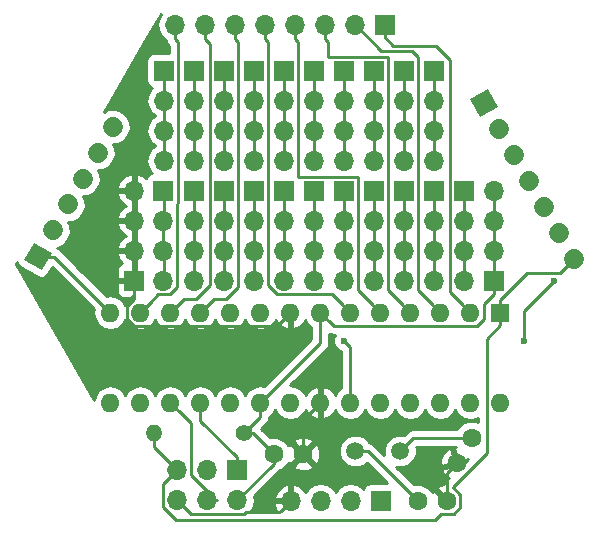
<source format=gbr>
G04 #@! TF.FileFunction,Copper,L2,Bot,Signal*
%FSLAX46Y46*%
G04 Gerber Fmt 4.6, Leading zero omitted, Abs format (unit mm)*
G04 Created by KiCad (PCBNEW 4.0.7-e2-6376~58~ubuntu14.04.1) date Sat Apr 21 16:58:32 2018*
%MOMM*%
%LPD*%
G01*
G04 APERTURE LIST*
%ADD10C,0.100000*%
%ADD11C,1.700000*%
%ADD12R,1.700000X1.700000*%
%ADD13O,1.700000X1.700000*%
%ADD14C,1.400000*%
%ADD15O,1.400000X1.400000*%
%ADD16C,1.500000*%
%ADD17R,1.600000X1.600000*%
%ADD18O,1.600000X1.600000*%
%ADD19C,1.600000*%
%ADD20C,0.600000*%
%ADD21C,0.250000*%
%ADD22C,0.254000*%
G04 APERTURE END LIST*
D10*
G36*
X168281122Y-104328878D02*
X167431122Y-105801122D01*
X165958878Y-104951122D01*
X166808878Y-103478878D01*
X168281122Y-104328878D01*
X168281122Y-104328878D01*
G37*
D11*
X168390000Y-102440295D02*
X168390000Y-102440295D01*
X169660000Y-100240591D02*
X169660000Y-100240591D01*
X170930000Y-98040886D02*
X170930000Y-98040886D01*
X172200000Y-95841182D02*
X172200000Y-95841182D01*
X173470000Y-93641477D02*
X173470000Y-93641477D01*
D12*
X183980000Y-122760000D03*
D13*
X183980000Y-125300000D03*
X181440000Y-122760000D03*
X181440000Y-125300000D03*
X178900000Y-122760000D03*
X178900000Y-125300000D03*
D12*
X196140000Y-125340000D03*
D13*
X193600000Y-125340000D03*
X191060000Y-125340000D03*
X188520000Y-125340000D03*
D14*
X184560000Y-119600000D03*
D15*
X176940000Y-119600000D03*
D10*
G36*
X204578878Y-92811417D02*
X203728878Y-91339173D01*
X205201122Y-90489173D01*
X206051122Y-91961417D01*
X204578878Y-92811417D01*
X204578878Y-92811417D01*
G37*
D11*
X206160000Y-93850000D02*
X206160000Y-93850000D01*
X207430000Y-96049704D02*
X207430000Y-96049704D01*
X208700000Y-98249409D02*
X208700000Y-98249409D01*
X209970000Y-100449113D02*
X209970000Y-100449113D01*
X211240000Y-102648818D02*
X211240000Y-102648818D01*
X212510000Y-104848522D02*
X212510000Y-104848522D01*
D16*
X193990000Y-121100000D03*
X197790000Y-121100000D03*
D17*
X206270000Y-109390000D03*
D18*
X173250000Y-117010000D03*
X203730000Y-109390000D03*
X175790000Y-117010000D03*
X201190000Y-109390000D03*
X178330000Y-117010000D03*
X198650000Y-109390000D03*
X180870000Y-117010000D03*
X196110000Y-109390000D03*
X183410000Y-117010000D03*
X193570000Y-109390000D03*
X185950000Y-117010000D03*
X191030000Y-109390000D03*
X188490000Y-117010000D03*
X188490000Y-109390000D03*
X191030000Y-117010000D03*
X185950000Y-109390000D03*
X193570000Y-117010000D03*
X183410000Y-109390000D03*
X196110000Y-117010000D03*
X180870000Y-109390000D03*
X198650000Y-117010000D03*
X178330000Y-109390000D03*
X201190000Y-117010000D03*
X175790000Y-109390000D03*
X203730000Y-117010000D03*
X173250000Y-109390000D03*
X206270000Y-117010000D03*
D19*
X199270000Y-125340000D03*
X201770000Y-125340000D03*
X203840000Y-120000000D03*
X202590000Y-122165064D03*
X187090000Y-121380000D03*
X189590000Y-121380000D03*
D12*
X205740000Y-106680000D03*
D13*
X205740000Y-104140000D03*
X205740000Y-101600000D03*
X205740000Y-99060000D03*
D12*
X175260000Y-106680000D03*
D13*
X175260000Y-104140000D03*
X175260000Y-101600000D03*
X175260000Y-99060000D03*
D12*
X177750000Y-99060000D03*
D13*
X177750000Y-101600000D03*
X177750000Y-104140000D03*
X177750000Y-106680000D03*
D12*
X177800000Y-88900000D03*
D13*
X177800000Y-91440000D03*
X177800000Y-93980000D03*
X177800000Y-96520000D03*
D12*
X180340000Y-99060000D03*
D13*
X180340000Y-101600000D03*
X180340000Y-104140000D03*
X180340000Y-106680000D03*
D12*
X180340000Y-88900000D03*
D13*
X180340000Y-91440000D03*
X180340000Y-93980000D03*
X180340000Y-96520000D03*
D12*
X182880000Y-88900000D03*
D13*
X182880000Y-91440000D03*
X182880000Y-93980000D03*
X182880000Y-96520000D03*
D12*
X182880000Y-99060000D03*
D13*
X182880000Y-101600000D03*
X182880000Y-104140000D03*
X182880000Y-106680000D03*
D12*
X185420000Y-88900000D03*
D13*
X185420000Y-91440000D03*
X185420000Y-93980000D03*
X185420000Y-96520000D03*
D12*
X185420000Y-99060000D03*
D13*
X185420000Y-101600000D03*
X185420000Y-104140000D03*
X185420000Y-106680000D03*
D12*
X187960000Y-88900000D03*
D13*
X187960000Y-91440000D03*
X187960000Y-93980000D03*
X187960000Y-96520000D03*
D12*
X187960000Y-99060000D03*
D13*
X187960000Y-101600000D03*
X187960000Y-104140000D03*
X187960000Y-106680000D03*
D12*
X190500000Y-88900000D03*
D13*
X190500000Y-91440000D03*
X190500000Y-93980000D03*
X190500000Y-96520000D03*
D12*
X190500000Y-99060000D03*
D13*
X190500000Y-101600000D03*
X190500000Y-104140000D03*
X190500000Y-106680000D03*
D12*
X193040000Y-99060000D03*
D13*
X193040000Y-101600000D03*
X193040000Y-104140000D03*
X193040000Y-106680000D03*
D12*
X193040000Y-88900000D03*
D13*
X193040000Y-91440000D03*
X193040000Y-93980000D03*
X193040000Y-96520000D03*
D12*
X195580000Y-99060000D03*
D13*
X195580000Y-101600000D03*
X195580000Y-104140000D03*
X195580000Y-106680000D03*
D12*
X195580000Y-88900000D03*
D13*
X195580000Y-91440000D03*
X195580000Y-93980000D03*
X195580000Y-96520000D03*
D12*
X198120000Y-88900000D03*
D13*
X198120000Y-91440000D03*
X198120000Y-93980000D03*
X198120000Y-96520000D03*
D12*
X198120000Y-99060000D03*
D13*
X198120000Y-101600000D03*
X198120000Y-104140000D03*
X198120000Y-106680000D03*
D12*
X200660000Y-88900000D03*
D13*
X200660000Y-91440000D03*
X200660000Y-93980000D03*
X200660000Y-96520000D03*
D12*
X200660000Y-99060000D03*
D13*
X200660000Y-101600000D03*
X200660000Y-104140000D03*
X200660000Y-106680000D03*
D12*
X203200000Y-99060000D03*
D13*
X203200000Y-101600000D03*
X203200000Y-104140000D03*
X203200000Y-106680000D03*
D12*
X196490000Y-85010000D03*
D13*
X193950000Y-85010000D03*
X191410000Y-85010000D03*
X188870000Y-85010000D03*
X186330000Y-85010000D03*
X183790000Y-85010000D03*
X181250000Y-85010000D03*
X178710000Y-85010000D03*
D20*
X208280000Y-111760000D03*
X210820000Y-106680000D03*
X193040000Y-111760000D03*
D21*
X199270000Y-125340000D02*
X195030000Y-121100000D01*
X195030000Y-121100000D02*
X193990000Y-121100000D01*
X178900000Y-125300000D02*
X180048812Y-126448812D01*
X180048812Y-126448812D02*
X180849810Y-126448812D01*
X180849810Y-126448812D02*
X180875999Y-126475001D01*
X180875999Y-126475001D02*
X182004001Y-126475001D01*
X187670001Y-126189999D02*
X188520000Y-125340000D01*
X182004001Y-126475001D02*
X182030190Y-126448812D01*
X182030190Y-126448812D02*
X183389810Y-126448812D01*
X183389810Y-126448812D02*
X183415999Y-126475001D01*
X183415999Y-126475001D02*
X184544001Y-126475001D01*
X184544001Y-126475001D02*
X184715251Y-126303751D01*
X184715251Y-126303751D02*
X187556249Y-126303751D01*
X187556249Y-126303751D02*
X187670001Y-126189999D01*
X175249999Y-110515001D02*
X187364999Y-110515001D01*
X175260000Y-106680000D02*
X175260000Y-108254998D01*
X187364999Y-110515001D02*
X188490000Y-109390000D01*
X174664999Y-109930001D02*
X175249999Y-110515001D01*
X175260000Y-108254998D02*
X174664999Y-108849999D01*
X174664999Y-108849999D02*
X174664999Y-109930001D01*
X175260000Y-101600000D02*
X175260000Y-99060000D01*
X175260000Y-104140000D02*
X175260000Y-101600000D01*
X175260000Y-106680000D02*
X175260000Y-105580000D01*
X175260000Y-105580000D02*
X175260000Y-104140000D01*
X188520000Y-125340000D02*
X188520000Y-122450000D01*
X188520000Y-122450000D02*
X189590000Y-121380000D01*
X189590000Y-121380000D02*
X189590000Y-118450000D01*
X189590000Y-118450000D02*
X191030000Y-117010000D01*
X201770000Y-125340000D02*
X201770000Y-122985064D01*
X201770000Y-122985064D02*
X202590000Y-122165064D01*
X197790000Y-121100000D02*
X198890000Y-120000000D01*
X198890000Y-120000000D02*
X203840000Y-120000000D01*
X183980000Y-122760000D02*
X183980000Y-121660000D01*
X183980000Y-121660000D02*
X180870000Y-118550000D01*
X180870000Y-118550000D02*
X180870000Y-118141370D01*
X180870000Y-118141370D02*
X180870000Y-117010000D01*
X206270000Y-110440000D02*
X206270000Y-109390000D01*
X201227232Y-126462234D02*
X201229999Y-126465001D01*
X205112422Y-111597578D02*
X206270000Y-110440000D01*
X202310001Y-126465001D02*
X202895001Y-125880001D01*
X202233508Y-124138506D02*
X205112422Y-121259592D01*
X202895001Y-125880001D02*
X202895001Y-124799999D01*
X205112422Y-121259592D02*
X205112422Y-111597578D01*
X187561323Y-126935088D02*
X187571400Y-126925011D01*
X187571400Y-126925011D02*
X200764455Y-126925011D01*
X177724999Y-123935001D02*
X177724999Y-125864001D01*
X201229999Y-126465001D02*
X202310001Y-126465001D01*
X178900000Y-122760000D02*
X177724999Y-123935001D01*
X177724999Y-125864001D02*
X178796086Y-126935088D01*
X202895001Y-124799999D02*
X202233508Y-124138506D01*
X178796086Y-126935088D02*
X187561323Y-126935088D01*
X200764455Y-126925011D02*
X201227232Y-126462234D01*
X178900000Y-122760000D02*
X176940000Y-120800000D01*
X176940000Y-120800000D02*
X176940000Y-119600000D01*
X212510000Y-104848522D02*
X211303523Y-106054999D01*
X211303523Y-106054999D02*
X208555001Y-106054999D01*
X208555001Y-106054999D02*
X206270000Y-108340000D01*
X206270000Y-108340000D02*
X206270000Y-109390000D01*
X210820000Y-106680000D02*
X208280000Y-109220000D01*
X208280000Y-109220000D02*
X208280000Y-111760000D01*
X167170000Y-104658818D02*
X168518818Y-104658818D01*
X168518818Y-104658818D02*
X173250000Y-109390000D01*
X193040000Y-111760000D02*
X193570000Y-112290000D01*
X193570000Y-112290000D02*
X193570000Y-117010000D01*
X196480000Y-85000000D02*
X196480000Y-86100000D01*
X202024999Y-87979997D02*
X202024999Y-107684999D01*
X202024999Y-107684999D02*
X202930001Y-108590001D01*
X196480000Y-86100000D02*
X197189990Y-86809990D01*
X197189990Y-86809990D02*
X200854992Y-86809990D01*
X200854992Y-86809990D02*
X202024999Y-87979997D01*
X202930001Y-108590001D02*
X203730000Y-109390000D01*
X193940000Y-85000000D02*
X196200000Y-87260000D01*
X196200000Y-87260000D02*
X198765002Y-87260000D01*
X198765002Y-87260000D02*
X199295001Y-87789999D01*
X199295001Y-87789999D02*
X199295001Y-107495001D01*
X199295001Y-107495001D02*
X200390001Y-108590001D01*
X200390001Y-108590001D02*
X201190000Y-109390000D01*
X191400000Y-85000000D02*
X191400000Y-86202081D01*
X196755001Y-107495001D02*
X197850001Y-108590001D01*
X191400000Y-86202081D02*
X191675001Y-86477082D01*
X191675001Y-86477082D02*
X191675001Y-87724999D01*
X191675001Y-87724999D02*
X196690001Y-87724999D01*
X196690001Y-87724999D02*
X196755001Y-87789999D01*
X196755001Y-87789999D02*
X196755001Y-107495001D01*
X197850001Y-108590001D02*
X198650000Y-109390000D01*
X188860000Y-85000000D02*
X188860000Y-86202081D01*
X188860000Y-86202081D02*
X189135001Y-86477082D01*
X189135001Y-86477082D02*
X189135001Y-97884999D01*
X189135001Y-97884999D02*
X194150001Y-97884999D01*
X194150001Y-97884999D02*
X194215001Y-97949999D01*
X194215001Y-97949999D02*
X194215001Y-107495001D01*
X194215001Y-107495001D02*
X195310001Y-108590001D01*
X195310001Y-108590001D02*
X196110000Y-109390000D01*
X186320000Y-85000000D02*
X186320000Y-86202081D01*
X186320000Y-86202081D02*
X186595001Y-86477082D01*
X186595001Y-86477082D02*
X186595001Y-107054003D01*
X192770001Y-108590001D02*
X193570000Y-109390000D01*
X186595001Y-107054003D02*
X187395999Y-107855001D01*
X187395999Y-107855001D02*
X192035001Y-107855001D01*
X192035001Y-107855001D02*
X192770001Y-108590001D01*
X183780000Y-85000000D02*
X183780000Y-86202081D01*
X183780000Y-86202081D02*
X184055001Y-86477082D01*
X181995001Y-108264999D02*
X181669999Y-108590001D01*
X184055001Y-86477082D02*
X184055001Y-107244001D01*
X184055001Y-107244001D02*
X183034003Y-108264999D01*
X183034003Y-108264999D02*
X181995001Y-108264999D01*
X181669999Y-108590001D02*
X180870000Y-109390000D01*
X181240000Y-85000000D02*
X181240000Y-86202081D01*
X180494003Y-108264999D02*
X179455001Y-108264999D01*
X181240000Y-86202081D02*
X181704999Y-86667080D01*
X181704999Y-86667080D02*
X181704999Y-107054003D01*
X181704999Y-107054003D02*
X180494003Y-108264999D01*
X179455001Y-108264999D02*
X179129999Y-108590001D01*
X179129999Y-108590001D02*
X178330000Y-109390000D01*
X178700000Y-85000000D02*
X178700000Y-86202081D01*
X178975001Y-86477082D02*
X178975001Y-100120001D01*
X178700000Y-86202081D02*
X178975001Y-86477082D01*
X178975001Y-100120001D02*
X178925001Y-100170001D01*
X178925001Y-100170001D02*
X178925001Y-107244001D01*
X178925001Y-107244001D02*
X178314001Y-107855001D01*
X178314001Y-107855001D02*
X177324999Y-107855001D01*
X177324999Y-107855001D02*
X176589999Y-108590001D01*
X176589999Y-108590001D02*
X175790000Y-109390000D01*
X180340000Y-101600000D02*
X180340000Y-99060000D01*
X180340000Y-104140000D02*
X180340000Y-102937919D01*
X180340000Y-102937919D02*
X180340000Y-101600000D01*
X180340000Y-106680000D02*
X180340000Y-105477919D01*
X180340000Y-105477919D02*
X180340000Y-104140000D01*
X183980000Y-125300000D02*
X187090000Y-122190000D01*
X187090000Y-122190000D02*
X187090000Y-121380000D01*
X205740000Y-101600000D02*
X205740000Y-99060000D01*
X205740000Y-104140000D02*
X205740000Y-101600000D01*
X205740000Y-106680000D02*
X205740000Y-104140000D01*
X205740000Y-106680000D02*
X205740000Y-107780000D01*
X205740000Y-107780000D02*
X204855001Y-108664999D01*
X204855001Y-108664999D02*
X204855001Y-109930001D01*
X204855001Y-109930001D02*
X204270001Y-110515001D01*
X204270001Y-110515001D02*
X192155001Y-110515001D01*
X192155001Y-110515001D02*
X191829999Y-110189999D01*
X191829999Y-110189999D02*
X191030000Y-109390000D01*
X185950000Y-117010000D02*
X191030000Y-111930000D01*
X191030000Y-111930000D02*
X191030000Y-109390000D01*
X184560000Y-119600000D02*
X185950000Y-118210000D01*
X185950000Y-118210000D02*
X185950000Y-117010000D01*
X187090000Y-121380000D02*
X185310000Y-119600000D01*
X185310000Y-119600000D02*
X184560000Y-119600000D01*
X177750000Y-104140000D02*
X177750000Y-101600000D01*
X177800000Y-101600000D02*
X177800000Y-100397919D01*
X177800000Y-100397919D02*
X177800000Y-99060000D01*
X177800000Y-106680000D02*
X177800000Y-104140000D01*
X177800000Y-91440000D02*
X177800000Y-88900000D01*
X177800000Y-93980000D02*
X177800000Y-91440000D01*
X177800000Y-96520000D02*
X177800000Y-93980000D01*
X180340000Y-91440000D02*
X180340000Y-88900000D01*
X180340000Y-93980000D02*
X180340000Y-91440000D01*
X180340000Y-96520000D02*
X180340000Y-93980000D01*
X182880000Y-91440000D02*
X182880000Y-88900000D01*
X182880000Y-93980000D02*
X182880000Y-91440000D01*
X182880000Y-96520000D02*
X182880000Y-93980000D01*
X182880000Y-101600000D02*
X182880000Y-100397919D01*
X182880000Y-100397919D02*
X182880000Y-99060000D01*
X182880000Y-104140000D02*
X182880000Y-102937919D01*
X182880000Y-102937919D02*
X182880000Y-101600000D01*
X182880000Y-106680000D02*
X182880000Y-105477919D01*
X182880000Y-105477919D02*
X182880000Y-104140000D01*
X185420000Y-91440000D02*
X185420000Y-88900000D01*
X185420000Y-93980000D02*
X185420000Y-91440000D01*
X185420000Y-96520000D02*
X185420000Y-93980000D01*
X185420000Y-101600000D02*
X185420000Y-100397919D01*
X185420000Y-100397919D02*
X185420000Y-99060000D01*
X185420000Y-104140000D02*
X185420000Y-101600000D01*
X185420000Y-106680000D02*
X185420000Y-105477919D01*
X185420000Y-105477919D02*
X185420000Y-104140000D01*
X187960000Y-91440000D02*
X187960000Y-88900000D01*
X187960000Y-93980000D02*
X187960000Y-91440000D01*
X187960000Y-96520000D02*
X187960000Y-93980000D01*
X187960000Y-101600000D02*
X187960000Y-99060000D01*
X187960000Y-104140000D02*
X187960000Y-101600000D01*
X187960000Y-106680000D02*
X187960000Y-104140000D01*
X190500000Y-91440000D02*
X190500000Y-88900000D01*
X190500000Y-93980000D02*
X190500000Y-91440000D01*
X190500000Y-96520000D02*
X190500000Y-93980000D01*
X190500000Y-101600000D02*
X190500000Y-99060000D01*
X190500000Y-104140000D02*
X190500000Y-101600000D01*
X190500000Y-106680000D02*
X190500000Y-104140000D01*
X193040000Y-101600000D02*
X193040000Y-99060000D01*
X193040000Y-104140000D02*
X193040000Y-101600000D01*
X193040000Y-106680000D02*
X193040000Y-104140000D01*
X193040000Y-91440000D02*
X193040000Y-88900000D01*
X193040000Y-93980000D02*
X193040000Y-91440000D01*
X193040000Y-96520000D02*
X193040000Y-93980000D01*
X195580000Y-101600000D02*
X195580000Y-99060000D01*
X195580000Y-104140000D02*
X195580000Y-101600000D01*
X195580000Y-106680000D02*
X195580000Y-104140000D01*
X195580000Y-91440000D02*
X195580000Y-88900000D01*
X195580000Y-93980000D02*
X195580000Y-91440000D01*
X195580000Y-96520000D02*
X195580000Y-93980000D01*
X198120000Y-91440000D02*
X198120000Y-88900000D01*
X198120000Y-93980000D02*
X198120000Y-91440000D01*
X198120000Y-96520000D02*
X198120000Y-93980000D01*
X198120000Y-101600000D02*
X198120000Y-99060000D01*
X198120000Y-104140000D02*
X198120000Y-101600000D01*
X198120000Y-106680000D02*
X198120000Y-104140000D01*
X200660000Y-91440000D02*
X200660000Y-88900000D01*
X200660000Y-93980000D02*
X200660000Y-91440000D01*
X200660000Y-96520000D02*
X200660000Y-93980000D01*
X200660000Y-101600000D02*
X200660000Y-99060000D01*
X200660000Y-104140000D02*
X200660000Y-101600000D01*
X200660000Y-106680000D02*
X200660000Y-104140000D01*
X203200000Y-101600000D02*
X203200000Y-99060000D01*
X203200000Y-104140000D02*
X203200000Y-101600000D01*
X203200000Y-106680000D02*
X203200000Y-104140000D01*
X181440000Y-125300000D02*
X181440000Y-124499002D01*
X181440000Y-124499002D02*
X180075001Y-123134003D01*
X180075001Y-123134003D02*
X180075001Y-118755001D01*
X180075001Y-118755001D02*
X179129999Y-117809999D01*
X179129999Y-117809999D02*
X178330000Y-117010000D01*
X181440000Y-125300000D02*
X182240998Y-125300000D01*
D22*
G36*
X191864161Y-111217149D02*
X192155001Y-111275001D01*
X192228986Y-111275001D01*
X192105162Y-111573201D01*
X192104838Y-111945167D01*
X192246883Y-112288943D01*
X192509673Y-112552192D01*
X192810000Y-112676899D01*
X192810000Y-115797005D01*
X192555302Y-115967189D01*
X192285014Y-116371703D01*
X192182389Y-116154866D01*
X191767423Y-115778959D01*
X191379039Y-115618096D01*
X191157000Y-115740085D01*
X191157000Y-116883000D01*
X191177000Y-116883000D01*
X191177000Y-117137000D01*
X191157000Y-117137000D01*
X191157000Y-118279915D01*
X191379039Y-118401904D01*
X191767423Y-118241041D01*
X192182389Y-117865134D01*
X192285014Y-117648297D01*
X192555302Y-118052811D01*
X193020849Y-118363880D01*
X193570000Y-118473113D01*
X194119151Y-118363880D01*
X194584698Y-118052811D01*
X194840000Y-117670725D01*
X195095302Y-118052811D01*
X195560849Y-118363880D01*
X196110000Y-118473113D01*
X196659151Y-118363880D01*
X197124698Y-118052811D01*
X197380000Y-117670725D01*
X197635302Y-118052811D01*
X198100849Y-118363880D01*
X198650000Y-118473113D01*
X199199151Y-118363880D01*
X199664698Y-118052811D01*
X199920000Y-117670725D01*
X200175302Y-118052811D01*
X200640849Y-118363880D01*
X201190000Y-118473113D01*
X201739151Y-118363880D01*
X202204698Y-118052811D01*
X202460000Y-117670725D01*
X202715302Y-118052811D01*
X203180849Y-118363880D01*
X203730000Y-118473113D01*
X204279151Y-118363880D01*
X204352422Y-118314922D01*
X204352422Y-118658982D01*
X204126691Y-118565250D01*
X203555813Y-118564752D01*
X203028200Y-118782757D01*
X202624176Y-119186077D01*
X202601785Y-119240000D01*
X198890000Y-119240000D01*
X198599161Y-119297852D01*
X198352599Y-119462599D01*
X198090200Y-119724998D01*
X198066702Y-119715241D01*
X197515715Y-119714760D01*
X197006485Y-119925169D01*
X196616539Y-120314436D01*
X196405241Y-120823298D01*
X196404760Y-121374285D01*
X196422837Y-121418035D01*
X195567401Y-120562599D01*
X195320839Y-120397852D01*
X195187491Y-120371327D01*
X195164831Y-120316485D01*
X194775564Y-119926539D01*
X194266702Y-119715241D01*
X193715715Y-119714760D01*
X193206485Y-119925169D01*
X192816539Y-120314436D01*
X192605241Y-120823298D01*
X192604760Y-121374285D01*
X192815169Y-121883515D01*
X193204436Y-122273461D01*
X193713298Y-122484759D01*
X194264285Y-122485240D01*
X194773515Y-122274831D01*
X194951927Y-122096729D01*
X196697757Y-123842560D01*
X195290000Y-123842560D01*
X195054683Y-123886838D01*
X194838559Y-124025910D01*
X194693569Y-124238110D01*
X194679914Y-124305541D01*
X194650054Y-124260853D01*
X194168285Y-123938946D01*
X193600000Y-123825907D01*
X193031715Y-123938946D01*
X192549946Y-124260853D01*
X192330000Y-124590026D01*
X192110054Y-124260853D01*
X191628285Y-123938946D01*
X191060000Y-123825907D01*
X190491715Y-123938946D01*
X190009946Y-124260853D01*
X189782298Y-124601553D01*
X189715183Y-124458642D01*
X189286924Y-124068355D01*
X188876890Y-123898524D01*
X188647000Y-124019845D01*
X188647000Y-125213000D01*
X188667000Y-125213000D01*
X188667000Y-125467000D01*
X188647000Y-125467000D01*
X188647000Y-125487000D01*
X188393000Y-125487000D01*
X188393000Y-125467000D01*
X187199181Y-125467000D01*
X187078514Y-125696892D01*
X187303087Y-126175088D01*
X185166402Y-126175088D01*
X185351961Y-125897378D01*
X185465000Y-125329093D01*
X185465000Y-125270907D01*
X185407754Y-124983108D01*
X187078514Y-124983108D01*
X187199181Y-125213000D01*
X188393000Y-125213000D01*
X188393000Y-124019845D01*
X188163110Y-123898524D01*
X187753076Y-124068355D01*
X187324817Y-124458642D01*
X187078514Y-124983108D01*
X185407754Y-124983108D01*
X185401771Y-124953031D01*
X187627401Y-122727401D01*
X187642888Y-122704223D01*
X187901800Y-122597243D01*
X188111663Y-122387745D01*
X188761861Y-122387745D01*
X188835995Y-122633864D01*
X189373223Y-122826965D01*
X189943454Y-122799778D01*
X190344005Y-122633864D01*
X190418139Y-122387745D01*
X189590000Y-121559605D01*
X188761861Y-122387745D01*
X188111663Y-122387745D01*
X188305824Y-122193923D01*
X188333423Y-122127456D01*
X188336136Y-122134005D01*
X188582255Y-122208139D01*
X189410395Y-121380000D01*
X189769605Y-121380000D01*
X190597745Y-122208139D01*
X190843864Y-122134005D01*
X191036965Y-121596777D01*
X191009778Y-121026546D01*
X190843864Y-120625995D01*
X190597745Y-120551861D01*
X189769605Y-121380000D01*
X189410395Y-121380000D01*
X188582255Y-120551861D01*
X188336136Y-120625995D01*
X188333804Y-120632483D01*
X188307243Y-120568200D01*
X188111640Y-120372255D01*
X188761861Y-120372255D01*
X189590000Y-121200395D01*
X190418139Y-120372255D01*
X190344005Y-120126136D01*
X189806777Y-119933035D01*
X189236546Y-119960222D01*
X188835995Y-120126136D01*
X188761861Y-120372255D01*
X188111640Y-120372255D01*
X187903923Y-120164176D01*
X187376691Y-119945250D01*
X186805813Y-119944752D01*
X186751851Y-119967049D01*
X186009802Y-119225000D01*
X186487401Y-118747401D01*
X186652148Y-118500839D01*
X186707019Y-118224987D01*
X186964698Y-118052811D01*
X187220000Y-117670725D01*
X187475302Y-118052811D01*
X187940849Y-118363880D01*
X188490000Y-118473113D01*
X189039151Y-118363880D01*
X189504698Y-118052811D01*
X189774986Y-117648297D01*
X189877611Y-117865134D01*
X190292577Y-118241041D01*
X190680961Y-118401904D01*
X190903000Y-118279915D01*
X190903000Y-117137000D01*
X190883000Y-117137000D01*
X190883000Y-116883000D01*
X190903000Y-116883000D01*
X190903000Y-115740085D01*
X190680961Y-115618096D01*
X190292577Y-115778959D01*
X189877611Y-116154866D01*
X189774986Y-116371703D01*
X189504698Y-115967189D01*
X189039151Y-115656120D01*
X188490000Y-115546887D01*
X188487397Y-115547405D01*
X191567401Y-112467401D01*
X191732148Y-112220839D01*
X191790000Y-111930000D01*
X191790000Y-111167596D01*
X191864161Y-111217149D01*
X191864161Y-111217149D01*
G37*
X191864161Y-111217149D02*
X192155001Y-111275001D01*
X192228986Y-111275001D01*
X192105162Y-111573201D01*
X192104838Y-111945167D01*
X192246883Y-112288943D01*
X192509673Y-112552192D01*
X192810000Y-112676899D01*
X192810000Y-115797005D01*
X192555302Y-115967189D01*
X192285014Y-116371703D01*
X192182389Y-116154866D01*
X191767423Y-115778959D01*
X191379039Y-115618096D01*
X191157000Y-115740085D01*
X191157000Y-116883000D01*
X191177000Y-116883000D01*
X191177000Y-117137000D01*
X191157000Y-117137000D01*
X191157000Y-118279915D01*
X191379039Y-118401904D01*
X191767423Y-118241041D01*
X192182389Y-117865134D01*
X192285014Y-117648297D01*
X192555302Y-118052811D01*
X193020849Y-118363880D01*
X193570000Y-118473113D01*
X194119151Y-118363880D01*
X194584698Y-118052811D01*
X194840000Y-117670725D01*
X195095302Y-118052811D01*
X195560849Y-118363880D01*
X196110000Y-118473113D01*
X196659151Y-118363880D01*
X197124698Y-118052811D01*
X197380000Y-117670725D01*
X197635302Y-118052811D01*
X198100849Y-118363880D01*
X198650000Y-118473113D01*
X199199151Y-118363880D01*
X199664698Y-118052811D01*
X199920000Y-117670725D01*
X200175302Y-118052811D01*
X200640849Y-118363880D01*
X201190000Y-118473113D01*
X201739151Y-118363880D01*
X202204698Y-118052811D01*
X202460000Y-117670725D01*
X202715302Y-118052811D01*
X203180849Y-118363880D01*
X203730000Y-118473113D01*
X204279151Y-118363880D01*
X204352422Y-118314922D01*
X204352422Y-118658982D01*
X204126691Y-118565250D01*
X203555813Y-118564752D01*
X203028200Y-118782757D01*
X202624176Y-119186077D01*
X202601785Y-119240000D01*
X198890000Y-119240000D01*
X198599161Y-119297852D01*
X198352599Y-119462599D01*
X198090200Y-119724998D01*
X198066702Y-119715241D01*
X197515715Y-119714760D01*
X197006485Y-119925169D01*
X196616539Y-120314436D01*
X196405241Y-120823298D01*
X196404760Y-121374285D01*
X196422837Y-121418035D01*
X195567401Y-120562599D01*
X195320839Y-120397852D01*
X195187491Y-120371327D01*
X195164831Y-120316485D01*
X194775564Y-119926539D01*
X194266702Y-119715241D01*
X193715715Y-119714760D01*
X193206485Y-119925169D01*
X192816539Y-120314436D01*
X192605241Y-120823298D01*
X192604760Y-121374285D01*
X192815169Y-121883515D01*
X193204436Y-122273461D01*
X193713298Y-122484759D01*
X194264285Y-122485240D01*
X194773515Y-122274831D01*
X194951927Y-122096729D01*
X196697757Y-123842560D01*
X195290000Y-123842560D01*
X195054683Y-123886838D01*
X194838559Y-124025910D01*
X194693569Y-124238110D01*
X194679914Y-124305541D01*
X194650054Y-124260853D01*
X194168285Y-123938946D01*
X193600000Y-123825907D01*
X193031715Y-123938946D01*
X192549946Y-124260853D01*
X192330000Y-124590026D01*
X192110054Y-124260853D01*
X191628285Y-123938946D01*
X191060000Y-123825907D01*
X190491715Y-123938946D01*
X190009946Y-124260853D01*
X189782298Y-124601553D01*
X189715183Y-124458642D01*
X189286924Y-124068355D01*
X188876890Y-123898524D01*
X188647000Y-124019845D01*
X188647000Y-125213000D01*
X188667000Y-125213000D01*
X188667000Y-125467000D01*
X188647000Y-125467000D01*
X188647000Y-125487000D01*
X188393000Y-125487000D01*
X188393000Y-125467000D01*
X187199181Y-125467000D01*
X187078514Y-125696892D01*
X187303087Y-126175088D01*
X185166402Y-126175088D01*
X185351961Y-125897378D01*
X185465000Y-125329093D01*
X185465000Y-125270907D01*
X185407754Y-124983108D01*
X187078514Y-124983108D01*
X187199181Y-125213000D01*
X188393000Y-125213000D01*
X188393000Y-124019845D01*
X188163110Y-123898524D01*
X187753076Y-124068355D01*
X187324817Y-124458642D01*
X187078514Y-124983108D01*
X185407754Y-124983108D01*
X185401771Y-124953031D01*
X187627401Y-122727401D01*
X187642888Y-122704223D01*
X187901800Y-122597243D01*
X188111663Y-122387745D01*
X188761861Y-122387745D01*
X188835995Y-122633864D01*
X189373223Y-122826965D01*
X189943454Y-122799778D01*
X190344005Y-122633864D01*
X190418139Y-122387745D01*
X189590000Y-121559605D01*
X188761861Y-122387745D01*
X188111663Y-122387745D01*
X188305824Y-122193923D01*
X188333423Y-122127456D01*
X188336136Y-122134005D01*
X188582255Y-122208139D01*
X189410395Y-121380000D01*
X189769605Y-121380000D01*
X190597745Y-122208139D01*
X190843864Y-122134005D01*
X191036965Y-121596777D01*
X191009778Y-121026546D01*
X190843864Y-120625995D01*
X190597745Y-120551861D01*
X189769605Y-121380000D01*
X189410395Y-121380000D01*
X188582255Y-120551861D01*
X188336136Y-120625995D01*
X188333804Y-120632483D01*
X188307243Y-120568200D01*
X188111640Y-120372255D01*
X188761861Y-120372255D01*
X189590000Y-121200395D01*
X190418139Y-120372255D01*
X190344005Y-120126136D01*
X189806777Y-119933035D01*
X189236546Y-119960222D01*
X188835995Y-120126136D01*
X188761861Y-120372255D01*
X188111640Y-120372255D01*
X187903923Y-120164176D01*
X187376691Y-119945250D01*
X186805813Y-119944752D01*
X186751851Y-119967049D01*
X186009802Y-119225000D01*
X186487401Y-118747401D01*
X186652148Y-118500839D01*
X186707019Y-118224987D01*
X186964698Y-118052811D01*
X187220000Y-117670725D01*
X187475302Y-118052811D01*
X187940849Y-118363880D01*
X188490000Y-118473113D01*
X189039151Y-118363880D01*
X189504698Y-118052811D01*
X189774986Y-117648297D01*
X189877611Y-117865134D01*
X190292577Y-118241041D01*
X190680961Y-118401904D01*
X190903000Y-118279915D01*
X190903000Y-117137000D01*
X190883000Y-117137000D01*
X190883000Y-116883000D01*
X190903000Y-116883000D01*
X190903000Y-115740085D01*
X190680961Y-115618096D01*
X190292577Y-115778959D01*
X189877611Y-116154866D01*
X189774986Y-116371703D01*
X189504698Y-115967189D01*
X189039151Y-115656120D01*
X188490000Y-115546887D01*
X188487397Y-115547405D01*
X191567401Y-112467401D01*
X191732148Y-112220839D01*
X191790000Y-111930000D01*
X191790000Y-111167596D01*
X191864161Y-111217149D01*
G36*
X202376682Y-120878262D02*
X202655740Y-121919716D01*
X202604141Y-121971315D01*
X202783749Y-122150923D01*
X203014955Y-121919717D01*
X203510194Y-121787018D01*
X203150983Y-122146229D01*
X202835348Y-122230804D01*
X202783749Y-122179205D01*
X202604141Y-122358813D01*
X202771270Y-122525942D01*
X202600874Y-122696338D01*
X202500197Y-122320607D01*
X201368938Y-122623727D01*
X201310080Y-122873940D01*
X201678783Y-123309784D01*
X201882444Y-123414768D01*
X201696107Y-123601105D01*
X201531360Y-123847667D01*
X201517889Y-123915390D01*
X201416546Y-123920222D01*
X201015995Y-124086136D01*
X200941861Y-124332255D01*
X201770000Y-125160395D01*
X201784142Y-125146252D01*
X201963748Y-125325858D01*
X201949605Y-125340000D01*
X201963748Y-125354143D01*
X201784143Y-125533748D01*
X201770000Y-125519605D01*
X201755858Y-125533748D01*
X201576253Y-125354143D01*
X201590395Y-125340000D01*
X200762255Y-124511861D01*
X200516136Y-124585995D01*
X200513804Y-124592483D01*
X200487243Y-124528200D01*
X200083923Y-124124176D01*
X199556691Y-123905250D01*
X198985813Y-123904752D01*
X198931851Y-123927048D01*
X197472706Y-122467904D01*
X197513298Y-122484759D01*
X198064285Y-122485240D01*
X198573515Y-122274831D01*
X198657373Y-122191119D01*
X201127119Y-122191119D01*
X201303198Y-122378382D01*
X202434457Y-122075261D01*
X202131337Y-120944002D01*
X201881124Y-120885144D01*
X201445280Y-121253847D01*
X201183710Y-121761275D01*
X201127119Y-122191119D01*
X198657373Y-122191119D01*
X198963461Y-121885564D01*
X199174759Y-121376702D01*
X199175240Y-120825715D01*
X199164670Y-120800132D01*
X199204802Y-120760000D01*
X202502456Y-120760000D01*
X202376682Y-120878262D01*
X202376682Y-120878262D01*
G37*
X202376682Y-120878262D02*
X202655740Y-121919716D01*
X202604141Y-121971315D01*
X202783749Y-122150923D01*
X203014955Y-121919717D01*
X203510194Y-121787018D01*
X203150983Y-122146229D01*
X202835348Y-122230804D01*
X202783749Y-122179205D01*
X202604141Y-122358813D01*
X202771270Y-122525942D01*
X202600874Y-122696338D01*
X202500197Y-122320607D01*
X201368938Y-122623727D01*
X201310080Y-122873940D01*
X201678783Y-123309784D01*
X201882444Y-123414768D01*
X201696107Y-123601105D01*
X201531360Y-123847667D01*
X201517889Y-123915390D01*
X201416546Y-123920222D01*
X201015995Y-124086136D01*
X200941861Y-124332255D01*
X201770000Y-125160395D01*
X201784142Y-125146252D01*
X201963748Y-125325858D01*
X201949605Y-125340000D01*
X201963748Y-125354143D01*
X201784143Y-125533748D01*
X201770000Y-125519605D01*
X201755858Y-125533748D01*
X201576253Y-125354143D01*
X201590395Y-125340000D01*
X200762255Y-124511861D01*
X200516136Y-124585995D01*
X200513804Y-124592483D01*
X200487243Y-124528200D01*
X200083923Y-124124176D01*
X199556691Y-123905250D01*
X198985813Y-123904752D01*
X198931851Y-123927048D01*
X197472706Y-122467904D01*
X197513298Y-122484759D01*
X198064285Y-122485240D01*
X198573515Y-122274831D01*
X198657373Y-122191119D01*
X201127119Y-122191119D01*
X201303198Y-122378382D01*
X202434457Y-122075261D01*
X202131337Y-120944002D01*
X201881124Y-120885144D01*
X201445280Y-121253847D01*
X201183710Y-121761275D01*
X201127119Y-122191119D01*
X198657373Y-122191119D01*
X198963461Y-121885564D01*
X199174759Y-121376702D01*
X199175240Y-120825715D01*
X199164670Y-120800132D01*
X199204802Y-120760000D01*
X202502456Y-120760000D01*
X202376682Y-120878262D01*
G36*
X179027000Y-125173000D02*
X179047000Y-125173000D01*
X179047000Y-125427000D01*
X179027000Y-125427000D01*
X179027000Y-125447000D01*
X178773000Y-125447000D01*
X178773000Y-125427000D01*
X178753000Y-125427000D01*
X178753000Y-125173000D01*
X178773000Y-125173000D01*
X178773000Y-125153000D01*
X179027000Y-125153000D01*
X179027000Y-125173000D01*
X179027000Y-125173000D01*
G37*
X179027000Y-125173000D02*
X179047000Y-125173000D01*
X179047000Y-125427000D01*
X179027000Y-125427000D01*
X179027000Y-125447000D01*
X178773000Y-125447000D01*
X178773000Y-125427000D01*
X178753000Y-125427000D01*
X178753000Y-125173000D01*
X178773000Y-125173000D01*
X178773000Y-125153000D01*
X179027000Y-125153000D01*
X179027000Y-125173000D01*
G36*
X165442519Y-105341701D02*
X165635158Y-105511822D01*
X167107402Y-106361822D01*
X167333331Y-106441134D01*
X167590037Y-106428756D01*
X167821701Y-106317481D01*
X167991822Y-106124842D01*
X168327913Y-105542715D01*
X171870096Y-109084898D01*
X171815000Y-109361887D01*
X171815000Y-109418113D01*
X171924233Y-109967264D01*
X172235302Y-110432811D01*
X172700849Y-110743880D01*
X173250000Y-110853113D01*
X173799151Y-110743880D01*
X174264698Y-110432811D01*
X174520000Y-110050725D01*
X174775302Y-110432811D01*
X175240849Y-110743880D01*
X175790000Y-110853113D01*
X176339151Y-110743880D01*
X176804698Y-110432811D01*
X177060000Y-110050725D01*
X177315302Y-110432811D01*
X177780849Y-110743880D01*
X178330000Y-110853113D01*
X178879151Y-110743880D01*
X179344698Y-110432811D01*
X179600000Y-110050725D01*
X179855302Y-110432811D01*
X180320849Y-110743880D01*
X180870000Y-110853113D01*
X181419151Y-110743880D01*
X181884698Y-110432811D01*
X182140000Y-110050725D01*
X182395302Y-110432811D01*
X182860849Y-110743880D01*
X183410000Y-110853113D01*
X183959151Y-110743880D01*
X184424698Y-110432811D01*
X184680000Y-110050725D01*
X184935302Y-110432811D01*
X185400849Y-110743880D01*
X185950000Y-110853113D01*
X186499151Y-110743880D01*
X186964698Y-110432811D01*
X187234986Y-110028297D01*
X187337611Y-110245134D01*
X187752577Y-110621041D01*
X188140961Y-110781904D01*
X188363000Y-110659915D01*
X188363000Y-109517000D01*
X188343000Y-109517000D01*
X188343000Y-109263000D01*
X188363000Y-109263000D01*
X188363000Y-109243000D01*
X188617000Y-109243000D01*
X188617000Y-109263000D01*
X188637000Y-109263000D01*
X188637000Y-109517000D01*
X188617000Y-109517000D01*
X188617000Y-110659915D01*
X188839039Y-110781904D01*
X189227423Y-110621041D01*
X189642389Y-110245134D01*
X189745014Y-110028297D01*
X190015302Y-110432811D01*
X190270000Y-110602995D01*
X190270000Y-111615198D01*
X186273886Y-115611312D01*
X185950000Y-115546887D01*
X185400849Y-115656120D01*
X184935302Y-115967189D01*
X184680000Y-116349275D01*
X184424698Y-115967189D01*
X183959151Y-115656120D01*
X183410000Y-115546887D01*
X182860849Y-115656120D01*
X182395302Y-115967189D01*
X182140000Y-116349275D01*
X181884698Y-115967189D01*
X181419151Y-115656120D01*
X180870000Y-115546887D01*
X180320849Y-115656120D01*
X179855302Y-115967189D01*
X179600000Y-116349275D01*
X179344698Y-115967189D01*
X178879151Y-115656120D01*
X178330000Y-115546887D01*
X177780849Y-115656120D01*
X177315302Y-115967189D01*
X177060000Y-116349275D01*
X176804698Y-115967189D01*
X176339151Y-115656120D01*
X175790000Y-115546887D01*
X175240849Y-115656120D01*
X174775302Y-115967189D01*
X174520000Y-116349275D01*
X174264698Y-115967189D01*
X173799151Y-115656120D01*
X173250000Y-115546887D01*
X172700849Y-115656120D01*
X172235302Y-115967189D01*
X171924233Y-116432736D01*
X171859717Y-116757078D01*
X165241577Y-105294125D01*
X165338790Y-105125747D01*
X165442519Y-105341701D01*
X165442519Y-105341701D01*
G37*
X165442519Y-105341701D02*
X165635158Y-105511822D01*
X167107402Y-106361822D01*
X167333331Y-106441134D01*
X167590037Y-106428756D01*
X167821701Y-106317481D01*
X167991822Y-106124842D01*
X168327913Y-105542715D01*
X171870096Y-109084898D01*
X171815000Y-109361887D01*
X171815000Y-109418113D01*
X171924233Y-109967264D01*
X172235302Y-110432811D01*
X172700849Y-110743880D01*
X173250000Y-110853113D01*
X173799151Y-110743880D01*
X174264698Y-110432811D01*
X174520000Y-110050725D01*
X174775302Y-110432811D01*
X175240849Y-110743880D01*
X175790000Y-110853113D01*
X176339151Y-110743880D01*
X176804698Y-110432811D01*
X177060000Y-110050725D01*
X177315302Y-110432811D01*
X177780849Y-110743880D01*
X178330000Y-110853113D01*
X178879151Y-110743880D01*
X179344698Y-110432811D01*
X179600000Y-110050725D01*
X179855302Y-110432811D01*
X180320849Y-110743880D01*
X180870000Y-110853113D01*
X181419151Y-110743880D01*
X181884698Y-110432811D01*
X182140000Y-110050725D01*
X182395302Y-110432811D01*
X182860849Y-110743880D01*
X183410000Y-110853113D01*
X183959151Y-110743880D01*
X184424698Y-110432811D01*
X184680000Y-110050725D01*
X184935302Y-110432811D01*
X185400849Y-110743880D01*
X185950000Y-110853113D01*
X186499151Y-110743880D01*
X186964698Y-110432811D01*
X187234986Y-110028297D01*
X187337611Y-110245134D01*
X187752577Y-110621041D01*
X188140961Y-110781904D01*
X188363000Y-110659915D01*
X188363000Y-109517000D01*
X188343000Y-109517000D01*
X188343000Y-109263000D01*
X188363000Y-109263000D01*
X188363000Y-109243000D01*
X188617000Y-109243000D01*
X188617000Y-109263000D01*
X188637000Y-109263000D01*
X188637000Y-109517000D01*
X188617000Y-109517000D01*
X188617000Y-110659915D01*
X188839039Y-110781904D01*
X189227423Y-110621041D01*
X189642389Y-110245134D01*
X189745014Y-110028297D01*
X190015302Y-110432811D01*
X190270000Y-110602995D01*
X190270000Y-111615198D01*
X186273886Y-115611312D01*
X185950000Y-115546887D01*
X185400849Y-115656120D01*
X184935302Y-115967189D01*
X184680000Y-116349275D01*
X184424698Y-115967189D01*
X183959151Y-115656120D01*
X183410000Y-115546887D01*
X182860849Y-115656120D01*
X182395302Y-115967189D01*
X182140000Y-116349275D01*
X181884698Y-115967189D01*
X181419151Y-115656120D01*
X180870000Y-115546887D01*
X180320849Y-115656120D01*
X179855302Y-115967189D01*
X179600000Y-116349275D01*
X179344698Y-115967189D01*
X178879151Y-115656120D01*
X178330000Y-115546887D01*
X177780849Y-115656120D01*
X177315302Y-115967189D01*
X177060000Y-116349275D01*
X176804698Y-115967189D01*
X176339151Y-115656120D01*
X175790000Y-115546887D01*
X175240849Y-115656120D01*
X174775302Y-115967189D01*
X174520000Y-116349275D01*
X174264698Y-115967189D01*
X173799151Y-115656120D01*
X173250000Y-115546887D01*
X172700849Y-115656120D01*
X172235302Y-115967189D01*
X171924233Y-116432736D01*
X171859717Y-116757078D01*
X165241577Y-105294125D01*
X165338790Y-105125747D01*
X165442519Y-105341701D01*
G36*
X177338039Y-84412622D02*
X177225000Y-84980907D01*
X177225000Y-85039093D01*
X177338039Y-85607378D01*
X177659946Y-86089147D01*
X177957020Y-86287645D01*
X177997852Y-86492920D01*
X178162599Y-86739482D01*
X178215001Y-86791884D01*
X178215001Y-87402560D01*
X176950000Y-87402560D01*
X176714683Y-87446838D01*
X176498559Y-87585910D01*
X176353569Y-87798110D01*
X176302560Y-88050000D01*
X176302560Y-89750000D01*
X176346838Y-89985317D01*
X176485910Y-90201441D01*
X176698110Y-90346431D01*
X176765541Y-90360086D01*
X176720853Y-90389946D01*
X176398946Y-90871715D01*
X176285907Y-91440000D01*
X176398946Y-92008285D01*
X176720853Y-92490054D01*
X177040000Y-92703301D01*
X177040000Y-92716699D01*
X176720853Y-92929946D01*
X176398946Y-93411715D01*
X176285907Y-93980000D01*
X176398946Y-94548285D01*
X176720853Y-95030054D01*
X177040000Y-95243301D01*
X177040000Y-95256699D01*
X176720853Y-95469946D01*
X176398946Y-95951715D01*
X176285907Y-96520000D01*
X176398946Y-97088285D01*
X176720853Y-97570054D01*
X176751466Y-97590509D01*
X176664683Y-97606838D01*
X176448559Y-97745910D01*
X176303569Y-97958110D01*
X176289535Y-98027411D01*
X176141358Y-97864817D01*
X175616892Y-97618514D01*
X175387000Y-97739181D01*
X175387000Y-98933000D01*
X175407000Y-98933000D01*
X175407000Y-99187000D01*
X175387000Y-99187000D01*
X175387000Y-101473000D01*
X175407000Y-101473000D01*
X175407000Y-101727000D01*
X175387000Y-101727000D01*
X175387000Y-104013000D01*
X175407000Y-104013000D01*
X175407000Y-104267000D01*
X175387000Y-104267000D01*
X175387000Y-106553000D01*
X175407000Y-106553000D01*
X175407000Y-106807000D01*
X175387000Y-106807000D01*
X175387000Y-106827000D01*
X175133000Y-106827000D01*
X175133000Y-106807000D01*
X173933750Y-106807000D01*
X173775000Y-106965750D01*
X173775000Y-107656310D01*
X173871673Y-107889699D01*
X174050302Y-108068327D01*
X174283691Y-108165000D01*
X174974250Y-108165000D01*
X175132998Y-108006252D01*
X175132998Y-108108184D01*
X174775302Y-108347189D01*
X174520000Y-108729275D01*
X174264698Y-108347189D01*
X173799151Y-108036120D01*
X173250000Y-107926887D01*
X172926114Y-107991312D01*
X170638492Y-105703690D01*
X173775000Y-105703690D01*
X173775000Y-106394250D01*
X173933750Y-106553000D01*
X175133000Y-106553000D01*
X175133000Y-104267000D01*
X173939845Y-104267000D01*
X173818524Y-104496890D01*
X173988355Y-104906924D01*
X174259878Y-105204864D01*
X174050302Y-105291673D01*
X173871673Y-105470301D01*
X173775000Y-105703690D01*
X170638492Y-105703690D01*
X169056219Y-104121417D01*
X168809657Y-103956670D01*
X168805951Y-103955933D01*
X168797481Y-103938299D01*
X168745908Y-103892755D01*
X168799556Y-103889238D01*
X169319217Y-103632962D01*
X169701250Y-103197328D01*
X169887493Y-102648657D01*
X169849592Y-102070480D01*
X169793574Y-101956890D01*
X173818524Y-101956890D01*
X173988355Y-102366924D01*
X174378642Y-102795183D01*
X174537954Y-102870000D01*
X174378642Y-102944817D01*
X173988355Y-103373076D01*
X173818524Y-103783110D01*
X173939845Y-104013000D01*
X175133000Y-104013000D01*
X175133000Y-101727000D01*
X173939845Y-101727000D01*
X173818524Y-101956890D01*
X169793574Y-101956890D01*
X169674496Y-101715431D01*
X170069556Y-101689534D01*
X170589217Y-101433258D01*
X170971250Y-100997624D01*
X171157493Y-100448953D01*
X171119592Y-99870776D01*
X170944496Y-99515726D01*
X171339556Y-99489829D01*
X171487457Y-99416890D01*
X173818524Y-99416890D01*
X173988355Y-99826924D01*
X174378642Y-100255183D01*
X174537954Y-100330000D01*
X174378642Y-100404817D01*
X173988355Y-100833076D01*
X173818524Y-101243110D01*
X173939845Y-101473000D01*
X175133000Y-101473000D01*
X175133000Y-99187000D01*
X173939845Y-99187000D01*
X173818524Y-99416890D01*
X171487457Y-99416890D01*
X171859217Y-99233553D01*
X172241250Y-98797919D01*
X172273432Y-98703110D01*
X173818524Y-98703110D01*
X173939845Y-98933000D01*
X175133000Y-98933000D01*
X175133000Y-97739181D01*
X174903108Y-97618514D01*
X174378642Y-97864817D01*
X173988355Y-98293076D01*
X173818524Y-98703110D01*
X172273432Y-98703110D01*
X172427493Y-98249248D01*
X172389592Y-97671071D01*
X172214496Y-97316022D01*
X172609556Y-97290125D01*
X173129217Y-97033849D01*
X173511250Y-96598215D01*
X173697493Y-96049544D01*
X173659592Y-95471367D01*
X173484496Y-95116317D01*
X173879556Y-95090420D01*
X174399217Y-94834144D01*
X174781250Y-94398510D01*
X174967493Y-93849839D01*
X174929592Y-93271662D01*
X174673316Y-92752000D01*
X174237682Y-92369968D01*
X174187292Y-92340876D01*
X173638621Y-92154633D01*
X173060444Y-92192534D01*
X172704413Y-92368114D01*
X176334942Y-86079853D01*
X177523114Y-84075708D01*
X177563644Y-84074980D01*
X177338039Y-84412622D01*
X177338039Y-84412622D01*
G37*
X177338039Y-84412622D02*
X177225000Y-84980907D01*
X177225000Y-85039093D01*
X177338039Y-85607378D01*
X177659946Y-86089147D01*
X177957020Y-86287645D01*
X177997852Y-86492920D01*
X178162599Y-86739482D01*
X178215001Y-86791884D01*
X178215001Y-87402560D01*
X176950000Y-87402560D01*
X176714683Y-87446838D01*
X176498559Y-87585910D01*
X176353569Y-87798110D01*
X176302560Y-88050000D01*
X176302560Y-89750000D01*
X176346838Y-89985317D01*
X176485910Y-90201441D01*
X176698110Y-90346431D01*
X176765541Y-90360086D01*
X176720853Y-90389946D01*
X176398946Y-90871715D01*
X176285907Y-91440000D01*
X176398946Y-92008285D01*
X176720853Y-92490054D01*
X177040000Y-92703301D01*
X177040000Y-92716699D01*
X176720853Y-92929946D01*
X176398946Y-93411715D01*
X176285907Y-93980000D01*
X176398946Y-94548285D01*
X176720853Y-95030054D01*
X177040000Y-95243301D01*
X177040000Y-95256699D01*
X176720853Y-95469946D01*
X176398946Y-95951715D01*
X176285907Y-96520000D01*
X176398946Y-97088285D01*
X176720853Y-97570054D01*
X176751466Y-97590509D01*
X176664683Y-97606838D01*
X176448559Y-97745910D01*
X176303569Y-97958110D01*
X176289535Y-98027411D01*
X176141358Y-97864817D01*
X175616892Y-97618514D01*
X175387000Y-97739181D01*
X175387000Y-98933000D01*
X175407000Y-98933000D01*
X175407000Y-99187000D01*
X175387000Y-99187000D01*
X175387000Y-101473000D01*
X175407000Y-101473000D01*
X175407000Y-101727000D01*
X175387000Y-101727000D01*
X175387000Y-104013000D01*
X175407000Y-104013000D01*
X175407000Y-104267000D01*
X175387000Y-104267000D01*
X175387000Y-106553000D01*
X175407000Y-106553000D01*
X175407000Y-106807000D01*
X175387000Y-106807000D01*
X175387000Y-106827000D01*
X175133000Y-106827000D01*
X175133000Y-106807000D01*
X173933750Y-106807000D01*
X173775000Y-106965750D01*
X173775000Y-107656310D01*
X173871673Y-107889699D01*
X174050302Y-108068327D01*
X174283691Y-108165000D01*
X174974250Y-108165000D01*
X175132998Y-108006252D01*
X175132998Y-108108184D01*
X174775302Y-108347189D01*
X174520000Y-108729275D01*
X174264698Y-108347189D01*
X173799151Y-108036120D01*
X173250000Y-107926887D01*
X172926114Y-107991312D01*
X170638492Y-105703690D01*
X173775000Y-105703690D01*
X173775000Y-106394250D01*
X173933750Y-106553000D01*
X175133000Y-106553000D01*
X175133000Y-104267000D01*
X173939845Y-104267000D01*
X173818524Y-104496890D01*
X173988355Y-104906924D01*
X174259878Y-105204864D01*
X174050302Y-105291673D01*
X173871673Y-105470301D01*
X173775000Y-105703690D01*
X170638492Y-105703690D01*
X169056219Y-104121417D01*
X168809657Y-103956670D01*
X168805951Y-103955933D01*
X168797481Y-103938299D01*
X168745908Y-103892755D01*
X168799556Y-103889238D01*
X169319217Y-103632962D01*
X169701250Y-103197328D01*
X169887493Y-102648657D01*
X169849592Y-102070480D01*
X169793574Y-101956890D01*
X173818524Y-101956890D01*
X173988355Y-102366924D01*
X174378642Y-102795183D01*
X174537954Y-102870000D01*
X174378642Y-102944817D01*
X173988355Y-103373076D01*
X173818524Y-103783110D01*
X173939845Y-104013000D01*
X175133000Y-104013000D01*
X175133000Y-101727000D01*
X173939845Y-101727000D01*
X173818524Y-101956890D01*
X169793574Y-101956890D01*
X169674496Y-101715431D01*
X170069556Y-101689534D01*
X170589217Y-101433258D01*
X170971250Y-100997624D01*
X171157493Y-100448953D01*
X171119592Y-99870776D01*
X170944496Y-99515726D01*
X171339556Y-99489829D01*
X171487457Y-99416890D01*
X173818524Y-99416890D01*
X173988355Y-99826924D01*
X174378642Y-100255183D01*
X174537954Y-100330000D01*
X174378642Y-100404817D01*
X173988355Y-100833076D01*
X173818524Y-101243110D01*
X173939845Y-101473000D01*
X175133000Y-101473000D01*
X175133000Y-99187000D01*
X173939845Y-99187000D01*
X173818524Y-99416890D01*
X171487457Y-99416890D01*
X171859217Y-99233553D01*
X172241250Y-98797919D01*
X172273432Y-98703110D01*
X173818524Y-98703110D01*
X173939845Y-98933000D01*
X175133000Y-98933000D01*
X175133000Y-97739181D01*
X174903108Y-97618514D01*
X174378642Y-97864817D01*
X173988355Y-98293076D01*
X173818524Y-98703110D01*
X172273432Y-98703110D01*
X172427493Y-98249248D01*
X172389592Y-97671071D01*
X172214496Y-97316022D01*
X172609556Y-97290125D01*
X173129217Y-97033849D01*
X173511250Y-96598215D01*
X173697493Y-96049544D01*
X173659592Y-95471367D01*
X173484496Y-95116317D01*
X173879556Y-95090420D01*
X174399217Y-94834144D01*
X174781250Y-94398510D01*
X174967493Y-93849839D01*
X174929592Y-93271662D01*
X174673316Y-92752000D01*
X174237682Y-92369968D01*
X174187292Y-92340876D01*
X173638621Y-92154633D01*
X173060444Y-92192534D01*
X172704413Y-92368114D01*
X176334942Y-86079853D01*
X177523114Y-84075708D01*
X177563644Y-84074980D01*
X177338039Y-84412622D01*
M02*

</source>
